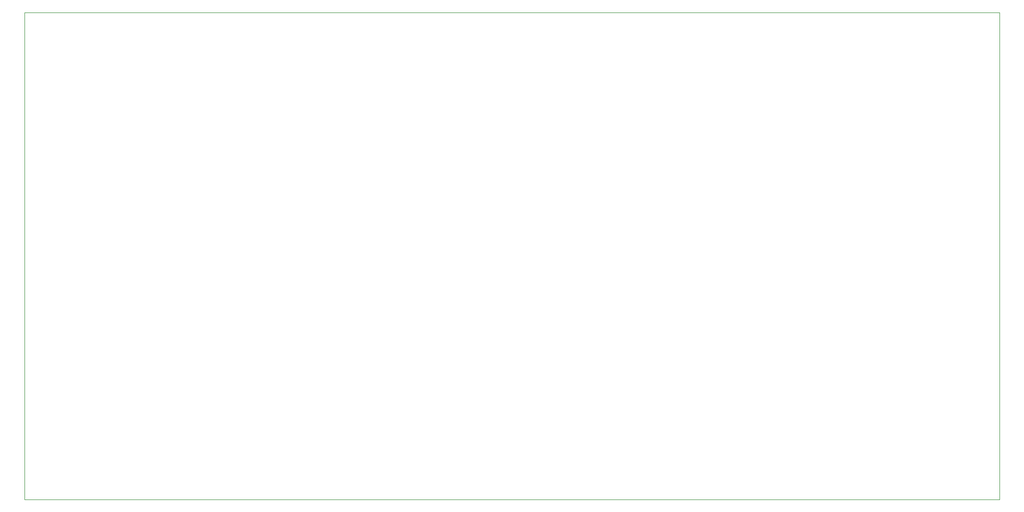
<source format=gbr>
%TF.GenerationSoftware,KiCad,Pcbnew,9.0.6*%
%TF.CreationDate,2026-01-24T17:24:49-08:00*%
%TF.ProjectId,board,626f6172-642e-46b6-9963-61645f706362,rev?*%
%TF.SameCoordinates,Original*%
%TF.FileFunction,Profile,NP*%
%FSLAX46Y46*%
G04 Gerber Fmt 4.6, Leading zero omitted, Abs format (unit mm)*
G04 Created by KiCad (PCBNEW 9.0.6) date 2026-01-24 17:24:49*
%MOMM*%
%LPD*%
G01*
G04 APERTURE LIST*
%TA.AperFunction,Profile*%
%ADD10C,0.050000*%
%TD*%
G04 APERTURE END LIST*
D10*
X25000000Y-60000000D02*
X190000000Y-60000000D01*
X190000000Y-142500000D01*
X25000000Y-142500000D01*
X25000000Y-60000000D01*
M02*

</source>
